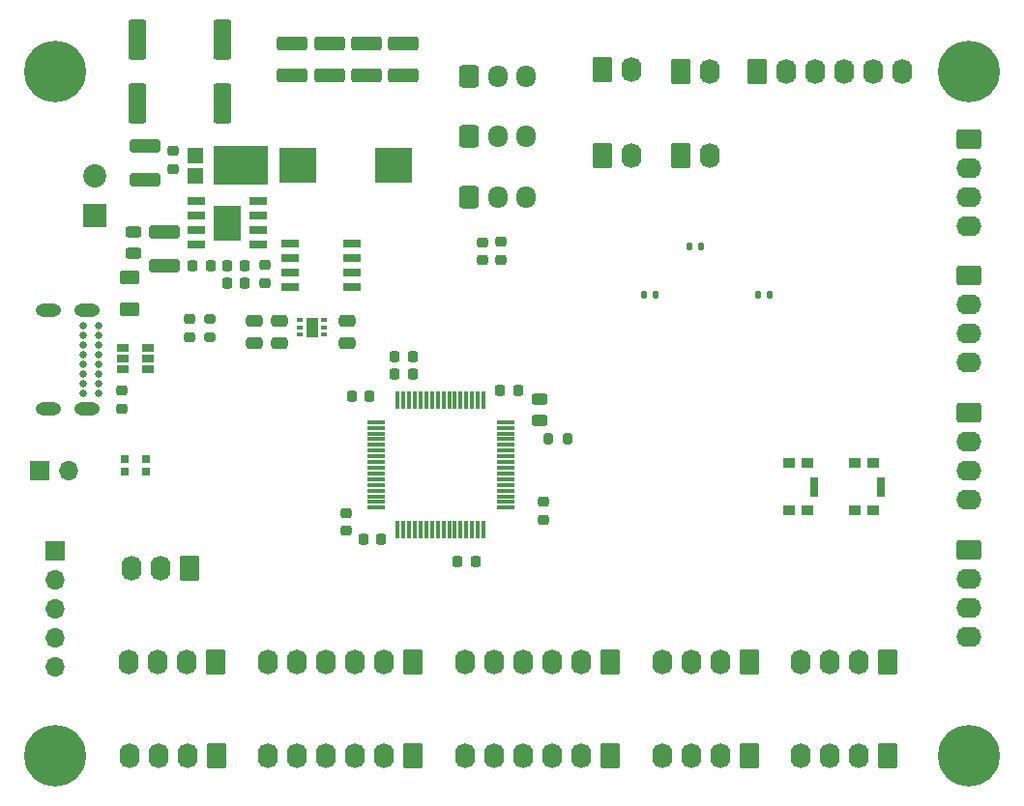
<source format=gbr>
%TF.GenerationSoftware,KiCad,Pcbnew,(6.0.0-rc1-29-g9238b27f63)*%
%TF.CreationDate,2021-12-03T12:49:23+01:00*%
%TF.ProjectId,robolympics_hub,726f626f-6c79-46d7-9069-63735f687562,rev?*%
%TF.SameCoordinates,Original*%
%TF.FileFunction,Soldermask,Top*%
%TF.FilePolarity,Negative*%
%FSLAX46Y46*%
G04 Gerber Fmt 4.6, Leading zero omitted, Abs format (unit mm)*
G04 Created by KiCad (PCBNEW (6.0.0-rc1-29-g9238b27f63)) date 2021-12-03 12:49:23*
%MOMM*%
%LPD*%
G01*
G04 APERTURE LIST*
G04 Aperture macros list*
%AMRoundRect*
0 Rectangle with rounded corners*
0 $1 Rounding radius*
0 $2 $3 $4 $5 $6 $7 $8 $9 X,Y pos of 4 corners*
0 Add a 4 corners polygon primitive as box body*
4,1,4,$2,$3,$4,$5,$6,$7,$8,$9,$2,$3,0*
0 Add four circle primitives for the rounded corners*
1,1,$1+$1,$2,$3*
1,1,$1+$1,$4,$5*
1,1,$1+$1,$6,$7*
1,1,$1+$1,$8,$9*
0 Add four rect primitives between the rounded corners*
20,1,$1+$1,$2,$3,$4,$5,0*
20,1,$1+$1,$4,$5,$6,$7,0*
20,1,$1+$1,$6,$7,$8,$9,0*
20,1,$1+$1,$8,$9,$2,$3,0*%
G04 Aperture macros list end*
%ADD10RoundRect,0.250000X1.075000X-0.375000X1.075000X0.375000X-1.075000X0.375000X-1.075000X-0.375000X0*%
%ADD11R,0.600000X0.350000*%
%ADD12R,1.100000X1.700000*%
%ADD13RoundRect,0.250000X0.620000X0.845000X-0.620000X0.845000X-0.620000X-0.845000X0.620000X-0.845000X0*%
%ADD14O,1.740000X2.190000*%
%ADD15RoundRect,0.218750X-0.256250X0.218750X-0.256250X-0.218750X0.256250X-0.218750X0.256250X0.218750X0*%
%ADD16RoundRect,0.200000X-0.200000X-0.275000X0.200000X-0.275000X0.200000X0.275000X-0.200000X0.275000X0*%
%ADD17RoundRect,0.250000X0.550000X-1.500000X0.550000X1.500000X-0.550000X1.500000X-0.550000X-1.500000X0*%
%ADD18R,1.700000X1.700000*%
%ADD19O,1.700000X1.700000*%
%ADD20RoundRect,0.218750X0.218750X0.256250X-0.218750X0.256250X-0.218750X-0.256250X0.218750X-0.256250X0*%
%ADD21RoundRect,0.218750X-0.218750X-0.256250X0.218750X-0.256250X0.218750X0.256250X-0.218750X0.256250X0*%
%ADD22R,0.700000X0.700000*%
%ADD23R,1.525000X0.650000*%
%ADD24R,2.400000X3.100000*%
%ADD25RoundRect,0.243750X-0.456250X0.243750X-0.456250X-0.243750X0.456250X-0.243750X0.456250X0.243750X0*%
%ADD26R,1.400000X1.390000*%
%ADD27R,4.860000X3.360000*%
%ADD28RoundRect,0.250000X-0.600000X-0.725000X0.600000X-0.725000X0.600000X0.725000X-0.600000X0.725000X0*%
%ADD29O,1.700000X1.950000*%
%ADD30C,5.400000*%
%ADD31RoundRect,0.250000X-0.620000X-0.845000X0.620000X-0.845000X0.620000X0.845000X-0.620000X0.845000X0*%
%ADD32R,1.060000X0.650000*%
%ADD33RoundRect,0.250000X0.625000X-0.375000X0.625000X0.375000X-0.625000X0.375000X-0.625000X-0.375000X0*%
%ADD34RoundRect,0.250000X-0.845000X0.620000X-0.845000X-0.620000X0.845000X-0.620000X0.845000X0.620000X0*%
%ADD35O,2.190000X1.740000*%
%ADD36RoundRect,0.250000X-1.100000X0.325000X-1.100000X-0.325000X1.100000X-0.325000X1.100000X0.325000X0*%
%ADD37C,0.650000*%
%ADD38O,2.216000X1.108000*%
%ADD39R,2.025000X2.025000*%
%ADD40C,2.025000*%
%ADD41R,1.000000X0.900000*%
%ADD42R,0.800000X1.700000*%
%ADD43RoundRect,0.147500X0.147500X0.172500X-0.147500X0.172500X-0.147500X-0.172500X0.147500X-0.172500X0*%
%ADD44RoundRect,0.218750X0.256250X-0.218750X0.256250X0.218750X-0.256250X0.218750X-0.256250X-0.218750X0*%
%ADD45RoundRect,0.075000X0.075000X-0.700000X0.075000X0.700000X-0.075000X0.700000X-0.075000X-0.700000X0*%
%ADD46RoundRect,0.075000X0.700000X-0.075000X0.700000X0.075000X-0.700000X0.075000X-0.700000X-0.075000X0*%
%ADD47RoundRect,0.250000X-0.475000X0.250000X-0.475000X-0.250000X0.475000X-0.250000X0.475000X0.250000X0*%
%ADD48R,3.300000X3.050000*%
%ADD49RoundRect,0.250000X1.100000X-0.325000X1.100000X0.325000X-1.100000X0.325000X-1.100000X-0.325000X0*%
%ADD50RoundRect,0.200000X-0.275000X0.200000X-0.275000X-0.200000X0.275000X-0.200000X0.275000X0.200000X0*%
G04 APERTURE END LIST*
D10*
%TO.C,C13*%
X184000000Y-65400000D03*
X184000000Y-62600000D03*
%TD*%
D11*
%TO.C,IC1*%
X183550000Y-88100000D03*
X183550000Y-87450000D03*
X183550000Y-86800000D03*
X181450000Y-86800000D03*
X181450000Y-87450000D03*
X181450000Y-88100000D03*
D12*
X182500000Y-87450000D03*
%TD*%
D13*
%TO.C,J19*%
X174060000Y-116750000D03*
D14*
X171520000Y-116750000D03*
X168980000Y-116750000D03*
X166440000Y-116750000D03*
%TD*%
D10*
%TO.C,C11*%
X180750000Y-65400000D03*
X180750000Y-62600000D03*
%TD*%
D15*
%TO.C,D6*%
X171760000Y-86702500D03*
X171760000Y-88277500D03*
%TD*%
D16*
%TO.C,R7*%
X203175000Y-97250000D03*
X204825000Y-97250000D03*
%TD*%
D13*
%TO.C,J23*%
X208600000Y-125000000D03*
D14*
X206060000Y-125000000D03*
X203520000Y-125000000D03*
X200980000Y-125000000D03*
X198440000Y-125000000D03*
X195900000Y-125000000D03*
%TD*%
D13*
%TO.C,J4*%
X171740000Y-108580000D03*
D14*
X169200000Y-108580000D03*
X166660000Y-108580000D03*
%TD*%
D17*
%TO.C,C23*%
X167200000Y-67800000D03*
X167200000Y-62200000D03*
%TD*%
D18*
%TO.C,J3*%
X160000000Y-107000000D03*
D19*
X160000000Y-109540000D03*
X160000000Y-112080000D03*
X160000000Y-114620000D03*
X160000000Y-117160000D03*
%TD*%
D20*
%TO.C,C8*%
X176625500Y-82045000D03*
X175050500Y-82045000D03*
%TD*%
D21*
%TO.C,C1*%
X198962500Y-93000000D03*
X200537500Y-93000000D03*
%TD*%
D20*
%TO.C,C31*%
X196787500Y-108000000D03*
X195212500Y-108000000D03*
%TD*%
D22*
%TO.C,U5*%
X166085000Y-98950000D03*
X166085000Y-100050000D03*
X167915000Y-100050000D03*
X167915000Y-98950000D03*
%TD*%
D13*
%TO.C,J7*%
X220810000Y-116730000D03*
D14*
X218270000Y-116730000D03*
X215730000Y-116730000D03*
X213190000Y-116730000D03*
%TD*%
D23*
%TO.C,IC2*%
X172376000Y-76390000D03*
X172376000Y-77660000D03*
X172376000Y-78930000D03*
X172376000Y-80200000D03*
X177800000Y-80200000D03*
X177800000Y-78930000D03*
X177800000Y-77660000D03*
X177800000Y-76390000D03*
D24*
X175088000Y-78295000D03*
%TD*%
D25*
%TO.C,C7*%
X166888000Y-79107500D03*
X166888000Y-80982500D03*
%TD*%
D20*
%TO.C,C26*%
X188537500Y-106000000D03*
X186962500Y-106000000D03*
%TD*%
D26*
%TO.C,D1*%
X172281310Y-72369810D03*
X172281310Y-74209810D03*
D27*
X176263310Y-73289810D03*
%TD*%
D28*
%TO.C,J9*%
X196250000Y-70750000D03*
D29*
X198750000Y-70750000D03*
X201250000Y-70750000D03*
%TD*%
D30*
%TO.C,H4*%
X160000000Y-125000000D03*
%TD*%
D15*
%TO.C,R2*%
X197450000Y-80012500D03*
X197450000Y-81587500D03*
%TD*%
D20*
%TO.C,C25*%
X187537500Y-93500000D03*
X185962500Y-93500000D03*
%TD*%
D31*
%TO.C,J27*%
X214730000Y-72420000D03*
D14*
X217270000Y-72420000D03*
%TD*%
D20*
%TO.C,R6*%
X176625500Y-83545000D03*
X175050500Y-83545000D03*
%TD*%
D32*
%TO.C,U2*%
X165900000Y-89250000D03*
X165900000Y-90200000D03*
X165900000Y-91150000D03*
X168100000Y-91150000D03*
X168100000Y-90200000D03*
X168100000Y-89250000D03*
%TD*%
D13*
%TO.C,J20*%
X220810000Y-125000000D03*
D14*
X218270000Y-125000000D03*
X215730000Y-125000000D03*
X213190000Y-125000000D03*
%TD*%
D13*
%TO.C,J22*%
X208600000Y-116750000D03*
D14*
X206060000Y-116750000D03*
X203520000Y-116750000D03*
X200980000Y-116750000D03*
X198440000Y-116750000D03*
X195900000Y-116750000D03*
%TD*%
D15*
%TO.C,R1*%
X165800000Y-93012500D03*
X165800000Y-94587500D03*
%TD*%
D21*
%TO.C,R4*%
X172050500Y-82045000D03*
X173625500Y-82045000D03*
%TD*%
D33*
%TO.C,C3*%
X166500000Y-85900000D03*
X166500000Y-83100000D03*
%TD*%
D15*
%TO.C,R5*%
X178338000Y-82007500D03*
X178338000Y-83582500D03*
%TD*%
D18*
%TO.C,J11*%
X158670000Y-100000000D03*
D19*
X161210000Y-100000000D03*
%TD*%
D34*
%TO.C,J16*%
X240000000Y-106920000D03*
D35*
X240000000Y-109460000D03*
X240000000Y-112000000D03*
X240000000Y-114540000D03*
%TD*%
D30*
%TO.C,H3*%
X160000000Y-65000000D03*
%TD*%
D36*
%TO.C,C6*%
X169588000Y-79070000D03*
X169588000Y-82020000D03*
%TD*%
D37*
%TO.C,J28*%
X163775000Y-87275000D03*
X163775000Y-88125000D03*
X163775000Y-88975000D03*
X163775000Y-89825000D03*
X163775000Y-90675000D03*
X163775000Y-91525000D03*
X163775000Y-92375000D03*
X163775000Y-93225000D03*
X162425000Y-93225000D03*
X162425000Y-92375000D03*
X162425000Y-91525000D03*
X162425000Y-90675000D03*
X162425000Y-89825000D03*
X162425000Y-88975000D03*
X162425000Y-88125000D03*
X162425000Y-87275000D03*
D38*
X162795000Y-85925000D03*
X162795000Y-94575000D03*
X159415000Y-94575000D03*
X159415000Y-85925000D03*
%TD*%
D17*
%TO.C,C24*%
X174600000Y-67800000D03*
X174600000Y-62200000D03*
%TD*%
D31*
%TO.C,J26*%
X207930000Y-64900000D03*
D14*
X210470000Y-64900000D03*
%TD*%
D15*
%TO.C,R3*%
X199000000Y-79962500D03*
X199000000Y-81537500D03*
%TD*%
D34*
%TO.C,J12*%
X240000000Y-82920000D03*
D35*
X240000000Y-85460000D03*
X240000000Y-88000000D03*
X240000000Y-90540000D03*
%TD*%
D39*
%TO.C,J21*%
X163500000Y-77687500D03*
D40*
X163500000Y-74187500D03*
%TD*%
D41*
%TO.C,S2*%
X231625000Y-103450000D03*
X231625000Y-99350000D03*
X230025000Y-99350000D03*
X230025000Y-103450000D03*
D42*
X232275000Y-101400000D03*
%TD*%
D30*
%TO.C,H2*%
X240000000Y-125000000D03*
%TD*%
D20*
%TO.C,R16*%
X191287500Y-91500000D03*
X189712500Y-91500000D03*
%TD*%
D43*
%TO.C,D3*%
X222535000Y-84600000D03*
X221565000Y-84600000D03*
%TD*%
D44*
%TO.C,C10*%
X170338000Y-73582500D03*
X170338000Y-72007500D03*
%TD*%
D45*
%TO.C,U1*%
X190000000Y-105175000D03*
X190500000Y-105175000D03*
X191000000Y-105175000D03*
X191500000Y-105175000D03*
X192000000Y-105175000D03*
X192500000Y-105175000D03*
X193000000Y-105175000D03*
X193500000Y-105175000D03*
X194000000Y-105175000D03*
X194500000Y-105175000D03*
X195000000Y-105175000D03*
X195500000Y-105175000D03*
X196000000Y-105175000D03*
X196500000Y-105175000D03*
X197000000Y-105175000D03*
X197500000Y-105175000D03*
D46*
X199425000Y-103250000D03*
X199425000Y-102750000D03*
X199425000Y-102250000D03*
X199425000Y-101750000D03*
X199425000Y-101250000D03*
X199425000Y-100750000D03*
X199425000Y-100250000D03*
X199425000Y-99750000D03*
X199425000Y-99250000D03*
X199425000Y-98750000D03*
X199425000Y-98250000D03*
X199425000Y-97750000D03*
X199425000Y-97250000D03*
X199425000Y-96750000D03*
X199425000Y-96250000D03*
X199425000Y-95750000D03*
D45*
X197500000Y-93825000D03*
X197000000Y-93825000D03*
X196500000Y-93825000D03*
X196000000Y-93825000D03*
X195500000Y-93825000D03*
X195000000Y-93825000D03*
X194500000Y-93825000D03*
X194000000Y-93825000D03*
X193500000Y-93825000D03*
X193000000Y-93825000D03*
X192500000Y-93825000D03*
X192000000Y-93825000D03*
X191500000Y-93825000D03*
X191000000Y-93825000D03*
X190500000Y-93825000D03*
X190000000Y-93825000D03*
D46*
X188075000Y-95750000D03*
X188075000Y-96250000D03*
X188075000Y-96750000D03*
X188075000Y-97250000D03*
X188075000Y-97750000D03*
X188075000Y-98250000D03*
X188075000Y-98750000D03*
X188075000Y-99250000D03*
X188075000Y-99750000D03*
X188075000Y-100250000D03*
X188075000Y-100750000D03*
X188075000Y-101250000D03*
X188075000Y-101750000D03*
X188075000Y-102250000D03*
X188075000Y-102750000D03*
X188075000Y-103250000D03*
%TD*%
D47*
%TO.C,C4*%
X185600000Y-86900000D03*
X185600000Y-88800000D03*
%TD*%
D34*
%TO.C,J17*%
X240000000Y-70920000D03*
D35*
X240000000Y-73460000D03*
X240000000Y-76000000D03*
X240000000Y-78540000D03*
%TD*%
D13*
%TO.C,J15*%
X232870000Y-125000000D03*
D14*
X230330000Y-125000000D03*
X227790000Y-125000000D03*
X225250000Y-125000000D03*
%TD*%
D48*
%TO.C,L2*%
X181200000Y-73250000D03*
X189600000Y-73250000D03*
%TD*%
D43*
%TO.C,D5*%
X216535000Y-80350000D03*
X215565000Y-80350000D03*
%TD*%
D10*
%TO.C,C14*%
X187250000Y-65400000D03*
X187250000Y-62600000D03*
%TD*%
D30*
%TO.C,H1*%
X240000000Y-65000000D03*
%TD*%
D31*
%TO.C,J1*%
X207930000Y-72420000D03*
D14*
X210470000Y-72420000D03*
%TD*%
D13*
%TO.C,J18*%
X174120000Y-124980000D03*
D14*
X171580000Y-124980000D03*
X169040000Y-124980000D03*
X166500000Y-124980000D03*
%TD*%
D25*
%TO.C,C30*%
X202450000Y-93762500D03*
X202450000Y-95637500D03*
%TD*%
D41*
%TO.C,S1*%
X225825000Y-103450000D03*
X225825000Y-99350000D03*
X224225000Y-99350000D03*
X224225000Y-103450000D03*
D42*
X226475000Y-101400000D03*
%TD*%
D44*
%TO.C,C28*%
X185500000Y-105287500D03*
X185500000Y-103712500D03*
%TD*%
D10*
%TO.C,C12*%
X190500000Y-65400000D03*
X190500000Y-62600000D03*
%TD*%
D28*
%TO.C,J10*%
X196250000Y-65500000D03*
D29*
X198750000Y-65500000D03*
X201250000Y-65500000D03*
%TD*%
D23*
%TO.C,U3*%
X185962000Y-83905000D03*
X185962000Y-82635000D03*
X185962000Y-81365000D03*
X185962000Y-80095000D03*
X180538000Y-80095000D03*
X180538000Y-81365000D03*
X180538000Y-82635000D03*
X180538000Y-83905000D03*
%TD*%
D28*
%TO.C,J8*%
X196250000Y-76000000D03*
D29*
X198750000Y-76000000D03*
X201250000Y-76000000D03*
%TD*%
D31*
%TO.C,J5*%
X221450000Y-65020000D03*
D14*
X223990000Y-65020000D03*
X226530000Y-65020000D03*
X229070000Y-65020000D03*
X231610000Y-65020000D03*
X234150000Y-65020000D03*
%TD*%
D31*
%TO.C,J25*%
X214730000Y-65020000D03*
D14*
X217270000Y-65020000D03*
%TD*%
D49*
%TO.C,C5*%
X167838000Y-74520000D03*
X167838000Y-71570000D03*
%TD*%
D13*
%TO.C,J24*%
X191330000Y-125000000D03*
D14*
X188790000Y-125000000D03*
X186250000Y-125000000D03*
X183710000Y-125000000D03*
X181170000Y-125000000D03*
X178630000Y-125000000D03*
%TD*%
D13*
%TO.C,J6*%
X191330000Y-116750000D03*
D14*
X188790000Y-116750000D03*
X186250000Y-116750000D03*
X183710000Y-116750000D03*
X181170000Y-116750000D03*
X178630000Y-116750000D03*
%TD*%
D47*
%TO.C,C9*%
X177400000Y-86900000D03*
X177400000Y-88800000D03*
%TD*%
D34*
%TO.C,J13*%
X240000000Y-94920000D03*
D35*
X240000000Y-97460000D03*
X240000000Y-100000000D03*
X240000000Y-102540000D03*
%TD*%
D47*
%TO.C,C2*%
X179600000Y-86900000D03*
X179600000Y-88800000D03*
%TD*%
D43*
%TO.C,D4*%
X212535000Y-84600000D03*
X211565000Y-84600000D03*
%TD*%
D50*
%TO.C,R9*%
X173500000Y-86675000D03*
X173500000Y-88325000D03*
%TD*%
D13*
%TO.C,J14*%
X232870000Y-116750000D03*
D14*
X230330000Y-116750000D03*
X227790000Y-116750000D03*
X225250000Y-116750000D03*
%TD*%
D20*
%TO.C,R17*%
X191287500Y-90000000D03*
X189712500Y-90000000D03*
%TD*%
D44*
%TO.C,C27*%
X202750000Y-104287500D03*
X202750000Y-102712500D03*
%TD*%
M02*

</source>
